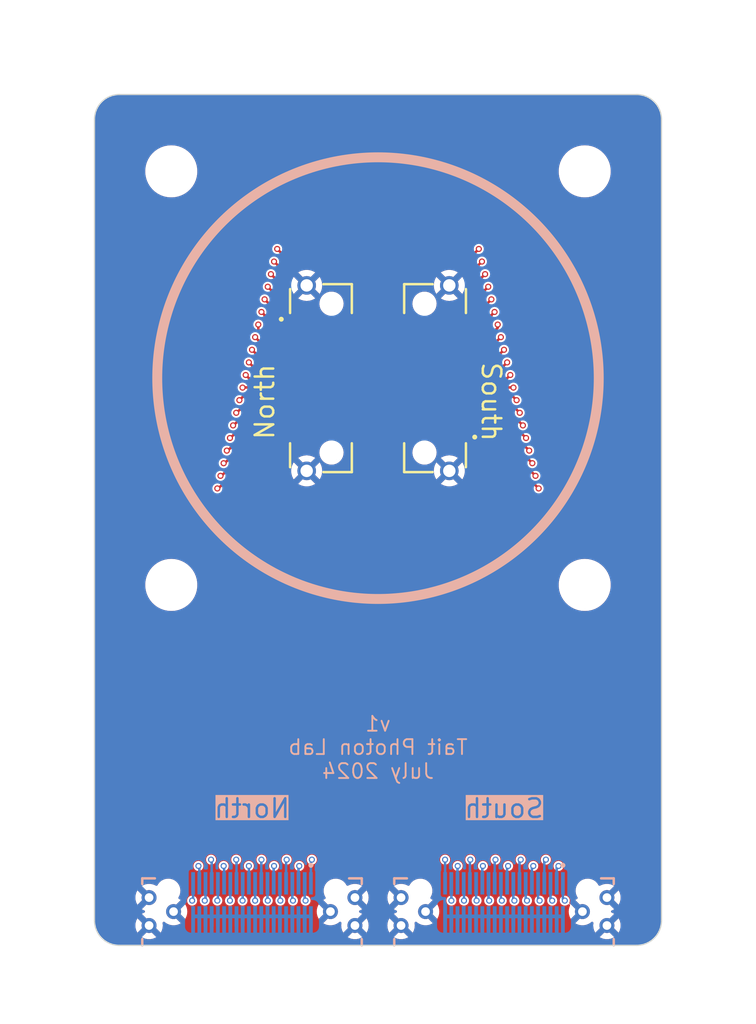
<source format=kicad_pcb>
(kicad_pcb (version 20221018) (generator pcbnew)
  (layers (0 "F.Cu" signal) (1 "In1.Cu" signal) (2 "In2.Cu" signal) (31 "B.Cu" signal) (34 "B.Paste" user) (35 "F.Paste" user) (36 "B.SilkS" user "B.Silkscreen") (37 "F.SilkS" user "F.Silkscreen") (38 "B.Mask" user) (39 "F.Mask" user) (44 "Edge.Cuts" user))
  (net 0 "")
  (net 1 "/N6")
  (net 2 "/N7")
  (net 3 "/N8")
  (net 4 "/N9")
  (net 5 "/N10")
  (net 6 "/N11")
  (net 7 "/N12")
  (net 8 "/N13")
  (net 9 "/N14")
  (net 10 "/N15")
  (net 11 "/N16")
  (net 12 "/N17")
  (net 13 "/N18")
  (net 14 "/N19")
  (net 15 "/N20")
  (net 16 "/S20")
  (net 17 "/S19")
  (net 18 "/S18")
  (net 19 "/S17")
  (net 20 "/S16")
  (net 21 "/S15")
  (net 22 "/S14")
  (net 23 "/S13")
  (net 24 "/S12")
  (net 25 "/S11")
  (net 26 "/S10")
  (net 27 "/S9")
  (net 28 "/S8")
  (net 29 "/S7")
  (net 30 "/S6")
  (net 31 "GND")
  (net 32 "/N1")
  (net 33 "/N2")
  (net 34 "/N3")
  (net 35 "/N4")
  (net 36 "/N5")
  (net 37 "/S1")
  (net 38 "/S2")
  (net 39 "/S3")
  (net 40 "/S4")
  (net 41 "/S5")
  (footprint "MountingHole:MountingHole_3.7mm" (layer "F.Cu") (at 16.66875 -16.66875)
    (fp_text reference "H2" hide)
    (fp_text value "4-40")
    (pad "" np_thru_hole circle (at 0 0) (size 3.7 3.7) (drill 3.7) (layers "*.Cu" "*.Mask"))
  )
  (footprint "Alex_LSHM:LSHM-120-02.5-L-DV-A-S" (layer "F.Cu") (at 4.6 0 -90)
    (fp_text reference "J3" hide)
    (fp_text value "Conn_02x20_Odd_Even_Shielded")
    (pad "" np_thru_hole circle (at -6 0.85 270) (size 1.45 1.45) (drill 1.45) (layers "*.Cu" "*.Mask"))
    (pad "" np_thru_hole circle (at 6 0.85 270) (size 1.45 1.45) (drill 1.45) (layers "*.Cu" "*.Mask"))
    (pad "01" smd rect (at 4.75 -1.85) (size 1.5 0.3) (layers "F.Cu" "F.Paste" "F.Mask") (net 37 "/S1"))
    (pad "02" smd rect (at 4.75 1.85) (size 1.5 0.3) (layers "F.Cu" "F.Paste" "F.Mask") (net 31 "GND"))
    (pad "03" smd rect (at 4.25 -1.85) (size 1.5 0.3) (layers "F.Cu" "F.Paste" "F.Mask") (net 38 "/S2"))
    (pad "04" smd rect (at 4.25 1.85) (size 1.5 0.3) (layers "F.Cu" "F.Paste" "F.Mask") (net 31 "GND"))
    (pad "05" smd rect (at 3.75 -1.85) (size 1.5 0.3) (layers "F.Cu" "F.Paste" "F.Mask") (net 39 "/S3"))
    (pad "06" smd rect (at 3.75 1.85) (size 1.5 0.3) (layers "F.Cu" "F.Paste" "F.Mask") (net 31 "GND"))
    (pad "07" smd rect (at 3.25 -1.85) (size 1.5 0.3) (layers "F.Cu" "F.Paste" "F.Mask") (net 40 "/S4"))
    (pad "08" smd rect (at 3.25 1.85) (size 1.5 0.3) (layers "F.Cu" "F.Paste" "F.Mask") (net 31 "GND"))
    (pad "09" smd rect (at 2.75 -1.85) (size 1.5 0.3) (layers "F.Cu" "F.Paste" "F.Mask") (net 41 "/S5"))
    (pad "10" smd rect (at 2.75 1.85) (size 1.5 0.3) (layers "F.Cu" "F.Paste" "F.Mask") (net 31 "GND"))
    (pad "11" smd rect (at 2.25 -1.85) (size 1.5 0.3) (layers "F.Cu" "F.Paste" "F.Mask") (net 30 "/S6"))
    (pad "12" smd rect (at 2.25 1.85) (size 1.5 0.3) (layers "F.Cu" "F.Paste" "F.Mask") (net 31 "GND"))
    (pad "13" smd rect (at 1.75 -1.85) (size 1.5 0.3) (layers "F.Cu" "F.Paste" "F.Mask") (net 29 "/S7"))
    (pad "14" smd rect (at 1.75 1.85) (size 1.5 0.3) (layers "F.Cu" "F.Paste" "F.Mask") (net 31 "GND"))
    (pad "15" smd rect (at 1.25 -1.85) (size 1.5 0.3) (layers "F.Cu" "F.Paste" "F.Mask") (net 28 "/S8"))
    (pad "16" smd rect (at 1.25 1.85) (size 1.5 0.3) (layers "F.Cu" "F.Paste" "F.Mask") (net 31 "GND"))
    (pad "17" smd rect (at 0.75 -1.85) (size 1.5 0.3) (layers "F.Cu" "F.Paste" "F.Mask") (net 27 "/S9"))
    (pad "18" smd rect (at 0.75 1.85) (size 1.5 0.3) (layers "F.Cu" "F.Paste" "F.Mask") (net 31 "GND"))
    (pad "19" smd rect (at 0.25 -1.85) (size 1.5 0.3) (layers "F.Cu" "F.Paste" "F.Mask") (net 26 "/S10"))
    (pad "20" smd rect (at 0.25 1.85) (size 1.5 0.3) (layers "F.Cu" "F.Paste" "F.Mask") (net 31 "GND"))
    (pad "21" smd rect (at -0.25 -1.85) (size 1.5 0.3) (layers "F.Cu" "F.Paste" "F.Mask") (net 25 "/S11"))
    (pad "22" smd rect (at -0.25 1.85) (size 1.5 0.3) (layers "F.Cu" "F.Paste" "F.Mask") (net 31 "GND"))
    (pad "23" smd rect (at -0.75 -1.85) (size 1.5 0.3) (layers "F.Cu" "F.Paste" "F.Mask") (net 24 "/S12"))
    (pad "24" smd rect (at -0.75 1.85) (size 1.5 0.3) (layers "F.Cu" "F.Paste" "F.Mask") (net 31 "GND"))
    (pad "25" smd rect (at -1.25 -1.85) (size 1.5 0.3) (layers "F.Cu" "F.Paste" "F.Mask") (net 23 "/S13"))
    (pad "26" smd rect (at -1.25 1.85) (size 1.5 0.3) (layers "F.Cu" "F.Paste" "F.Mask") (net 31 "GND"))
    (pad "27" smd rect (at -1.75 -1.85) (size 1.5 0.3) (layers "F.Cu" "F.Paste" "F.Mask") (net 22 "/S14"))
    (pad "28" smd rect (at -1.75 1.85) (size 1.5 0.3) (layers "F.Cu" "F.Paste" "F.Mask") (net 31 "GND"))
    (pad "29" smd rect (at -2.25 -1.85) (size 1.5 0.3) (layers "F.Cu" "F.Paste" "F.Mask") (net 21 "/S15"))
    (pad "30" smd rect (at -2.25 1.85) (size 1.5 0.3) (layers "F.Cu" "F.Paste" "F.Mask") (net 31 "GND"))
    (pad "31" smd rect (at -2.75 -1.85) (size 1.5 0.3) (layers "F.Cu" "F.Paste" "F.Mask") (net 20 "/S16"))
    (pad "32" smd rect (at -2.75 1.85) (size 1.5 0.3) (layers "F.Cu" "F.Paste" "F.Mask") (net 31 "GND"))
    (pad "33" smd rect (at -3.25 -1.85) (size 1.5 0.3) (layers "F.Cu" "F.Paste" "F.Mask") (net 19 "/S17"))
    (pad "34" smd rect (at -3.25 1.85) (size 1.5 0.3) (layers "F.Cu" "F.Paste" "F.Mask") (net 31 "GND"))
    (pad "35" smd rect (at -3.75 -1.85) (size 1.5 0.3) (layers "F.Cu" "F.Paste" "F.Mask") (net 18 "/S18"))
    (pad "36" smd rect (at -3.75 1.85) (size 1.5 0.3) (layers "F.Cu" "F.Paste" "F.Mask") (net 31 "GND"))
    (pad "37" smd rect (at -4.25 -1.85) (size 1.5 0.3) (layers "F.Cu" "F.Paste" "F.Mask") (net 17 "/S19"))
    (pad "38" smd rect (at -4.25 1.85) (size 1.5 0.3) (layers "F.Cu" "F.Paste" "F.Mask") (net 31 "GND"))
    (pad "39" smd rect (at -4.75 -1.85) (size 1.5 0.3) (layers "F.Cu" "F.Paste" "F.Mask") (net 16 "/S20"))
    (pad "40" smd rect (at -4.75 1.85) (size 1.5 0.3) (layers "F.Cu" "F.Paste" "F.Mask") (net 31 "GND"))
    (pad "SH" thru_hole circle (at -7.475 -1.15 270) (size 1.5 1.5) (drill 1) (layers "*.Cu" "*.Mask") (net 31 "GND"))
    (pad "SH" thru_hole circle (at 7.475 -1.15 270) (size 1.5 1.5) (drill 1) (layers "*.Cu" "*.Mask") (net 31 "GND"))
  )
  (footprint "MountingHole:MountingHole_3.7mm" (layer "F.Cu") (at 16.66875 16.66875)
    (fp_text reference "H4" hide)
    (fp_text value "4-40")
    (pad "" np_thru_hole circle (at 0 0) (size 3.7 3.7) (drill 3.7) (layers "*.Cu" "*.Mask"))
  )
  (footprint "Alex_LSHM:LSHM-120-02.5-L-DV-A-S" (layer "F.Cu") (at -4.6 0 90)
    (fp_text reference "J1" hide)
    (fp_text value "Conn_02x20_Odd_Even_Shielded")
    (pad "" np_thru_hole circle (at -6 0.85 90) (size 1.45 1.45) (drill 1.45) (layers "*.Cu" "*.Mask"))
    (pad "" np_thru_hole circle (at 6 0.85 90) (size 1.45 1.45) (drill 1.45) (layers "*.Cu" "*.Mask"))
    (pad "01" smd rect (at 4.75 -1.85 180) (size 1.5 0.3) (layers "F.Cu" "F.Paste" "F.Mask") (net 32 "/N1"))
    (pad "02" smd rect (at 4.75 1.85 180) (size 1.5 0.3) (layers "F.Cu" "F.Paste" "F.Mask") (net 31 "GND"))
    (pad "03" smd rect (at 4.25 -1.85 180) (size 1.5 0.3) (layers "F.Cu" "F.Paste" "F.Mask") (net 33 "/N2"))
    (pad "04" smd rect (at 4.25 1.85 180) (size 1.5 0.3) (layers "F.Cu" "F.Paste" "F.Mask") (net 31 "GND"))
    (pad "05" smd rect (at 3.75 -1.85 180) (size 1.5 0.3) (layers "F.Cu" "F.Paste" "F.Mask") (net 34 "/N3"))
    (pad "06" smd rect (at 3.75 1.85 180) (size 1.5 0.3) (layers "F.Cu" "F.Paste" "F.Mask") (net 31 "GND"))
    (pad "07" smd rect (at 3.25 -1.85 180) (size 1.5 0.3) (layers "F.Cu" "F.Paste" "F.Mask") (net 35 "/N4"))
    (pad "08" smd rect (at 3.25 1.85 180) (size 1.5 0.3) (layers "F.Cu" "F.Paste" "F.Mask") (net 31 "GND"))
    (pad "09" smd rect (at 2.75 -1.85 180) (size 1.5 0.3) (layers "F.Cu" "F.Paste" "F.Mask") (net 36 "/N5"))
    (pad "10" smd rect (at 2.75 1.85 180) (size 1.5 0.3) (layers "F.Cu" "F.Paste" "F.Mask") (net 31 "GND"))
    (pad "11" smd rect (at 2.25 -1.85 180) (size 1.5 0.3) (layers "F.Cu" "F.Paste" "F.Mask") (net 1 "/N6"))
    (pad "12" smd rect (at 2.25 1.85 180) (size 1.5 0.3) (layers "F.Cu" "F.Paste" "F.Mask") (net 31 "GND"))
    (pad "13" smd rect (at 1.75 -1.85 180) (size 1.5 0.3) (layers "F.Cu" "F.Paste" "F.Mask") (net 2 "/N7"))
    (pad "14" smd rect (at 1.75 1.85 180) (size 1.5 0.3) (layers "F.Cu" "F.Paste" "F.Mask") (net 31 "GND"))
    (pad "15" smd rect (at 1.25 -1.85 180) (size 1.5 0.3) (layers "F.Cu" "F.Paste" "F.Mask") (net 3 "/N8"))
    (pad "16" smd rect (at 1.25 1.85 180) (size 1.5 0.3) (layers "F.Cu" "F.Paste" "F.Mask") (net 31 "GND"))
    (pad "17" smd rect (at 0.75 -1.85 180) (size 1.5 0.3) (layers "F.Cu" "F.Paste" "F.Mask") (net 4 "/N9"))
    (pad "18" smd rect (at 0.75 1.85 180) (size 1.5 0.3) (layers "F.Cu" "F.Paste" "F.Mask") (net 31 "GND"))
    (pad "19" smd rect (at 0.25 -1.85 180) (size 1.5 0.3) (layers "F.Cu" "F.Paste" "F.Mask") (net 5 "/N10"))
    (pad "20" smd rect (at 0.25 1.85 180) (size 1.5 0.3) (layers "F.Cu" "F.Paste" "F.Mask") (net 31 "GND"))
    (pad "21" smd rect (at -0.25 -1.85 180) (size 1.5 0.3) (layers "F.Cu" "F.Paste" "F.Mask") (net 6 "/N11"))
    (pad "22" smd rect (at -0.25 1.85 180) (size 1.5 0.3) (layers "F.Cu" "F.Paste" "F.Mask") (net 31 "GND"))
    (pad "23" smd rect (at -0.75 -1.85 180) (size 1.5 0.3) (layers "F.Cu" "F.Paste" "F.Mask") (net 7 "/N12"))
    (pad "24" smd rect (at -0.75 1.85 180) (size 1.5 0.3) (layers "F.Cu" "F.Paste" "F.Mask") (net 31 "GND"))
    (pad "25" smd rect (at -1.25 -1.85 180) (size 1.5 0.3) (layers "F.Cu" "F.Paste" "F.Mask") (net 8 "/N13"))
    (pad "26" smd rect (at -1.25 1.85 180) (size 1.5 0.3) (layers "F.Cu" "F.Paste" "F.Mask") (net 31 "GND"))
    (pad "27" smd rect (at -1.75 -1.85 180) (size 1.5 0.3) (layers "F.Cu" "F.Paste" "F.Mask") (net 9 "/N14"))
    (pad "28" smd rect (at -1.75 1.85 180) (size 1.5 0.3) (layers "F.Cu" "F.Paste" "F.Mask") (net 31 "GND"))
    (pad "29" smd rect (at -2.25 -1.85 180) (size 1.5 0.3) (layers "F.Cu" "F.Paste" "F.Mask") (net 10 "/N15"))
    (pad "30" smd rect (at -2.25 1.85 180) (size 1.5 0.3) (layers "F.Cu" "F.Paste" "F.Mask") (net 31 "GND"))
    (pad "31" smd rect (at -2.75 -1.85 180) (size 1.5 0.3) (layers "F.Cu" "F.Paste" "F.Mask") (net 11 "/N16"))
    (pad "32" smd rect (at -2.75 1.85 180) (size 1.5 0.3) (layers "F.Cu" "F.Paste" "F.Mask") (net 31 "GND"))
    (pad "33" smd rect (at -3.25 -1.85 180) (size 1.5 0.3) (layers "F.Cu" "F.Paste" "F.Mask") (net 12 "/N17"))
    (pad "34" smd rect (at -3.25 1.85 180) (size 1.5 0.3) (layers "F.Cu" "F.Paste" "F.Mask") (net 31 "GND"))
    (pad "35" smd rect (at -3.75 -1.85 180) (size 1.5 0.3) (layers "F.Cu" "F.Paste" "F.Mask") (net 13 "/N18"))
    (pad "36" smd rect (at -3.75 1.85 180) (size 1.5 0.3) (layers "F.Cu" "F.Paste" "F.Mask") (net 31 "GND"))
    (pad "37" smd rect (at -4.25 -1.85 180) (size 1.5 0.3) (layers "F.Cu" "F.Paste" "F.Mask") (net 14 "/N19"))
    (pad "38" smd rect (at -4.25 1.85 180) (size 1.5 0.3) (layers "F.Cu" "F.Paste" "F.Mask") (net 31 "GND"))
    (pad "39" smd rect (at -4.75 -1.85 180) (size 1.5 0.3) (layers "F.Cu" "F.Paste" "F.Mask") (net 15 "/N20"))
    (pad "40" smd rect (at -4.75 1.85 180) (size 1.5 0.3) (layers "F.Cu" "F.Paste" "F.Mask") (net 31 "GND"))
    (pad "SH" thru_hole circle (at -7.475 -1.15 90) (size 1.5 1.5) (drill 1) (layers "*.Cu" "*.Mask") (net 31 "GND"))
    (pad "SH" thru_hole circle (at 7.475 -1.15 90) (size 1.5 1.5) (drill 1) (layers "*.Cu" "*.Mask") (net 31 "GND"))
  )
  (footprint "MountingHole:MountingHole_3.7mm" (layer "F.Cu") (at -16.66875 16.66875)
    (fp_text reference "H3" hide)
    (fp_text value "4-40")
    (pad "" np_thru_hole circle (at 0 0) (size 3.7 3.7) (drill 3.7) (layers "*.Cu" "*.Mask"))
  )
  (footprint "MountingHole:MountingHole_3.7mm" (layer "F.Cu") (at -16.66875 -16.66875)
    (fp_text reference "H1" hide)
    (fp_text value "4-40")
    (pad "" np_thru_hole circle (at 0 0) (size 3.7 3.7) (drill 3.7) (layers "*.Cu" "*.Mask"))
  )
  (footprint "Alex_LSHM:LSHM-120-01-L-RH-A-S" (layer "B.Cu") (at 10.16 45.72 180)
    (fp_text reference "J4" hide)
    (fp_text value "Conn_02x20_Odd_Even_Shielded")
    (pad "" np_thru_hole circle (at -6.75 4.4 180) (size 1.45 1.45) (drill 1.45) (layers "*.Cu" "*.Mask"))
    (pad "" np_thru_hole circle (at 6.75 4.4 180) (size 1.45 1.45) (drill 1.45) (layers "*.Cu" "*.Mask"))
    (pad "01" smd rect (at -4.75 5 180) (size 0.3 1.8) (layers "B.Cu" "B.Paste" "B.Mask") (net 37 "/S1"))
    (pad "02" smd rect (at -4.75 2.335 180) (size 0.3 1.63) (layers "B.Cu" "B.Paste" "B.Mask") (net 31 "GND"))
    (pad "03" smd rect (at -4.25 5 180) (size 0.3 1.8) (layers "B.Cu" "B.Paste" "B.Mask") (net 38 "/S2"))
    (pad "04" smd rect (at -4.25 2.335 180) (size 0.3 1.63) (layers "B.Cu" "B.Paste" "B.Mask") (net 31 "GND"))
    (pad "05" smd rect (at -3.75 5 180) (size 0.3 1.8) (layers "B.Cu" "B.Paste" "B.Mask") (net 39 "/S3"))
    (pad "06" smd rect (at -3.75 2.335 180) (size 0.3 1.63) (layers "B.Cu" "B.Paste" "B.Mask") (net 31 "GND"))
    (pad "07" smd rect (at -3.25 5 180) (size 0.3 1.8) (layers "B.Cu" "B.Paste" "B.Mask") (net 40 "/S4"))
    (pad "08" smd rect (at -3.25 2.335 180) (size 0.3 1.63) (layers "B.Cu" "B.Paste" "B.Mask") (net 31 "GND"))
    (pad "09" smd rect (at -2.75 5 180) (size 0.3 1.8) (layers "B.Cu" "B.Paste" "B.Mask") (net 41 "/S5"))
    (pad "10" smd rect (at -2.75 2.335 180) (size 0.3 1.63) (layers "B.Cu" "B.Paste" "B.Mask") (net 31 "GND"))
    (pad "11" smd rect (at -2.25 5 180) (size 0.3 1.8) (layers "B.Cu" "B.Paste" "B.Mask") (net 30 "/S6"))
    (pad "12" smd rect (at -2.25 2.335 180) (size 0.3 1.63) (layers "B.Cu" "B.Paste" "B.Mask") (net 31 "GND"))
    (pad "13" smd rect (at -1.75 5 180) (size 0.3 1.8) (layers "B.Cu" "B.Paste" "B.Mask") (net 29 "/S7"))
    (pad "14" smd rect (at -1.75 2.335 180) (size 0.3 1.63) (layers "B.Cu" "B.Paste" "B.Mask") (net 31 "GND"))
    (pad "15" smd rect (at -1.25 5 180) (size 0.3 1.8) (layers "B.Cu" "B.Paste" "B.Mask") (net 28 "/S8"))
    (pad "16" smd rect (at -1.25 2.335 180) (size 0.3 1.63) (layers "B.Cu" "B.Paste" "B.Mask") (net 31 "GND"))
    (pad "17" smd rect (at -0.75 5 180) (size 0.3 1.8) (layers "B.Cu" "B.Paste" "B.Mask") (net 27 "/S9"))
    (pad "18" smd rect (at -0.75 2.335 180) (size 0.3 1.63) (layers "B.Cu" "B.Paste" "B.Mask") (net 31 "GND"))
    (pad "19" smd rect (at -0.25 5 180) (size 0.3 1.8) (layers "B.Cu" "B.Paste" "B.Mask") (net 26 "/S10"))
    (pad "20" smd rect (at -0.25 2.335 180) (size 0.3 1.63) (layers "B.Cu" "B.Paste" "B.Mask") (net 31 "GND"))
    (pad "21" smd rect (at 0.25 5 180) (size 0.3 1.8) (layers "B.Cu" "B.Paste" "B.Mask") (net 25 "/S11"))
    (pad "22" smd rect (at 0.25 2.335 180) (size 0.3 1.63) (layers "B.Cu" "B.Paste" "B.Mask") (net 31 "GND"))
    (pad "23" smd rect (at 0.75 5 180) (size 0.3 1.8) (layers "B.Cu" "B.Paste" "B.Mask") (net 24 "/S12"))
    (pad "24" smd rect (at 0.75 2.335 180) (size 0.3 1.63) (layers "B.Cu" "B.Paste" "B.Mask") (net 31 "GND"))
    (pad "25" smd rect (at 1.25 5 180) (size 0.3 1.8) (layers "B.Cu" "B.Paste" "B.Mask") (net 23 "/S13"))
    (pad "26" smd rect (at 1.25 2.335 180) (size 0.3 1.63) (layers "B.Cu" "B.Paste" "B.Mask") (net 31 "GND"))
    (pad "27" smd rect (at 1.75 5 180) (size 0.3 1.8) (layers "B.Cu" "B.Paste" "B.Mask") (net 22 "/S14"))
    (pad "28" smd rect (at 1.75 2.335 180) (size 0.3 1.63) (layers "B.Cu" "B.Paste" "B.Mask") (net 31 "GND"))
    (pad "29" smd rect (at 2.25 5 180) (size 0.3 1.8) (layers "B.Cu" "B.Paste" "B.Mask") (net 21 "/S15"))
    (pad "30" smd rect (at 2.25 2.335 180) (size 0.3 1.63) (layers "B.Cu" "B.Paste" "B.Mask") (net 31 "GND"))
    (pad "31" smd rect (at 2.75 5 180) (size 0.3 1.8) (layers "B.Cu" "B.Paste" "B.Mask") (net 20 "/S16"))
    (pad "32" smd rect (at 2.75 2.335 180) (size 0.3 1.63) (layers "B.Cu" "B.Paste" "B.Mask") (net 31 "GND"))
    (pad "33" smd rect (at 3.25 5 180) (size 0.3 1.8) (layers "B.Cu" "B.Paste" "B.Mask") (net 19 "/S17"))
    (pad "34" smd rect (at 3.25 2.335 180) (size 0.3 1.63) (layers "B.Cu" "B.Paste" "B.Mask") (net 31 "GND"))
    (pad "35" smd rect (at 3.75 5 180) (size 0.3 1.8) (layers "B.Cu" "B.Paste" "B.Mask") (net 18 "/S18"))
    (pad "36" smd rect (at 3.75 2.335 180) (size 0.3 1.63) (layers "B.Cu" "B.Paste" "B.Mask") (net 31 "GND"))
    (pad "37" smd rect (at 4.25 5 180) (size 0.3 1.8) (layers "B.Cu" "B.Paste" "B.Mask") (net 17 "/S19"))
    (pad "38" smd rect (at 4.25 2.335 180) (size 0.3 1.63) (layers "B.Cu" "B.Paste" "B.Mask") (net 31 "GND"))
    (pad "39" smd rect (at 4.75 5 180) (size 0.3 1.8) (layers "B.Cu" "B.Paste" "B.Mask") (net 16 "/S20"))
    (pad "40" smd rect (at 4.75 2.335 180) (size 0.3 1.63) (layers "B.Cu" "B.Paste" "B.Mask") (net 31 "GND"))
    (pad "SH" thru_hole circle (at -8.3 1.6 180) (size 1.208 1.208) (drill 0.7) (layers "*.Cu" "*.Mask") (net 31 "GND"))
    (pad "SH" thru_hole circle (at -8.3 3.85 180) (size 1.208 1.208) (drill 0.7) (layers "*.Cu" "*.Mask") (net 31 "GND"))
    (pad "SH" thru_hole circle (at -6.325 2.72 180) (size 1.208 1.208) (drill 0.7) (layers "*.Cu" "*.Mask") (net 31 "GND"))
    (pad "SH" thru_hole circle (at 6.325 2.72 180) (size 1.208 1.208) (drill 0.7) (layers "*.Cu" "*.Mask") (net 31 "GND"))
    (pad "SH" thru_hole circle (at 8.3 1.6 180) (size 1.208 1.208) (drill 0.7) (layers "*.Cu" "*.Mask") (net 31 "GND"))
    (pad "SH" thru_hole circle (at 8.3 3.85 180) (size 1.208 1.208) (drill 0.7) (layers "*.Cu" "*.Mask") (net 31 "GND"))
  )
  (footprint "Alex_LSHM:LSHM-120-01-L-RH-A-S" (layer "B.Cu") (at -10.16 45.72 180)
    (fp_text reference "J2" hide)
    (fp_text value "Conn_02x20_Odd_Even_Shielded")
    (pad "" np_thru_hole circle (at -6.75 4.4 180) (size 1.45 1.45) (drill 1.45) (layers "*.Cu" "*.Mask"))
    (pad "" np_thru_hole circle (at 6.75 4.4 180) (size 1.45 1.45) (drill 1.45) (layers "*.Cu" "*.Mask"))
    (pad "01" smd rect (at -4.75 5 180) (size 0.3 1.8) (layers "B.Cu" "B.Paste" "B.Mask") (net 32 "/N1"))
    (pad "02" smd rect (at -4.75 2.335 180) (size 0.3 1.63) (layers "B.Cu" "B.Paste" "B.Mask") (net 31 "GND"))
    (pad "03" smd rect (at -4.25 5 180) (size 0.3 1.8) (layers "B.Cu" "B.Paste" "B.Mask") (net 33 "/N2"))
    (pad "04" smd rect (at -4.25 2.335 180) (size 0.3 1.63) (layers "B.Cu" "B.Paste" "B.Mask") (net 31 "GND"))
    (pad "05" smd rect (at -3.75 5 180) (size 0.3 1.8) (layers "B.Cu" "B.Paste" "B.Mask") (net 34 "/N3"))
    (pad "06" smd rect (at -3.75 2.335 180) (size 0.3 1.63) (layers "B.Cu" "B.Paste" "B.Mask") (net 31 "GND"))
    (pad "07" smd rect (at -3.25 5 180) (size 0.3 1.8) (layers "B.Cu" "B.Paste" "B.Mask") (net 35 "/N4"))
    (pad "08" smd rect (at -3.25 2.335 180) (size 0.3 1.63) (layers "B.Cu" "B.Paste" "B.Mask") (net 31 "GND"))
    (pad "09" smd rect (at -2.75 5 180) (size 0.3 1.8) (layers "B.Cu" "B.Paste" "B.Mask") (net 36 "/N5"))
    (pad "10" smd rect (at -2.75 2.335 180) (size 0.3 1.63) (layers "B.Cu" "B.Paste" "B.Mask") (net 31 "GND"))
    (pad "11" smd rect (at -2.25 5 180) (size 0.3 1.8) (layers "B.Cu" "B.Paste" "B.Mask") (net 1 "/N6"))
    (pad "12" smd rect (at -2.25 2.335 180) (size 0.3 1.63) (layers "B.Cu" "B.Paste" "B.Mask") (net 31 "GND"))
    (pad "13" smd rect (at -1.75 5 180) (size 0.3 1.8) (layers "B.Cu" "B.Paste" "B.Mask") (net 2 "/N7"))
    (pad "14" smd rect (at -1.75 2.335 180) (size 0.3 1.63) (layers "B.Cu" "B.Paste" "B.Mask") (net 31 "GND"))
    (pad "15" smd rect (at -1.25 5 180) (size 0.3 1.8) (layers "B.Cu" "B.Paste" "B.Mask") (net 3 "/N8"))
    (pad "16" smd rect (at -1.25 2.335 180) (size 0.3 1.63) (layers "B.Cu" "B.Paste" "B.Mask") (net 31 "GND"))
    (pad "17" smd rect (at -0.75 5 180) (size 0.3 1.8) (layers "B.Cu" "B.Paste" "B.Mask") (net 4 "/N9"))
    (pad "18" smd rect (at -0.75 2.335 180) (size 0.3 1.63) (layers "B.Cu" "B.Paste" "B.Mask") (net 31 "GND"))
    (pad "19" smd rect (at -0.25 5 180) (size 0.3 1.8) (layers "B.Cu" "B.Paste" "B.Mask") (net 5 "/N10"))
    (pad "20" smd rect (at -0.25 2.335 180) (size 0.3 1.63) (layers "B.Cu" "B.Paste" "B.Mask") (net 31 "GND"))
    (pad "21" smd rect (at 0.25 5 180) (size 0.3 1.8) (layers "B.Cu" "B.Paste" "B.Mask") (net 6 "/N11"))
    (pad "22" smd rect (at 0.25 2.335 180) (size 0.3 1.63) (layers "B.Cu" "B.Paste" "B.Mask") (net 31 "GND"))
    (pad "23" smd rect (at 0.75 5 180) (size 0.3 1.8) (layers "B.Cu" "B.Paste" "B.Mask") (net 7 "/N12"))
    (pad "24" smd rect (at 0.75 2.335 180) (size 0.3 1.63) (layers "B.Cu" "B.Paste" "B.Mask") (net 31 "GND"))
    (pad "25" smd rect (at 1.25 5 180) (size 0.3 1.8) (layers "B.Cu" "B.Paste" "B.Mask") (net 8 "/N13"))
    (pad "26" smd rect (at 1.25 2.335 180) (size 0.3 1.63) (layers "B.Cu" "B.Paste" "B.Mask") (net 31 "GND"))
    (pad "27" smd rect (at 1.75 5 180) (size 0.3 1.8) (layers "B.Cu" "B.Paste" "B.Mask") (net 9 "/N14"))
    (pad "28" smd rect (at 1.75 2.335 180) (size 0.3 1.63) (layers "B.Cu" "B.Paste" "B.Mask") (net 31 "GND"))
    (pad "29" smd rect (at 2.25 5 180) (size 0.3 1.8) (layers "B.Cu" "B.Paste" "B.Mask") (net 10 "/N15"))
    (pad "30" smd rect (at 2.25 2.335 180) (size 0.3 1.63) (layers "B.Cu" "B.Paste" "B.Mask") (net 31 "GND"))
    (pad "31" smd rect (at 2.75 5 180) (size 0.3 1.8) (layers "B.Cu" "B.Paste" "B.Mask") (net 11 "/N16"))
    (pad "32" smd rect (at 2.75 2.335 180) (size 0.3 1.63) (layers "B.Cu" "B.Paste" "B.Mask") (net 31 "GND"))
    (pad "33" smd rect (at 3.25 5 180) (size 0.3 1.8) (layers "B.Cu" "B.Paste" "B.Mask") (net 12 "/N17"))
    (pad "34" smd rect (at 3.25 2.335 180) (size 0.3 1.63) (layers "B.Cu" "B.Paste" "B.Mask") (net 31 "GND"))
    (pad "35" smd rect (at 3.75 5 180) (size 0.3 1.8) (layers "B.Cu" "B.Paste" "B.Mask") (net 13 "/N18"))
    (pad "36" smd rect (at 3.75 2.335 180) (size 0.3 1.63) (layers "B.Cu" "B.Paste" "B.Mask") (net 31 "GND"))
    (pad "37" smd rect (at 4.25 5 180) (size 0.3 1.8) (layers "B.Cu" "B.Paste" "B.Mask") (net 14 "/N19"))
    (pad "38" smd rect (at 4.25 2.335 180) (size 0.3 1.63) (layers "B.Cu" "B.Paste" "B.Mask") (net 31 "GND"))
    (pad "39" smd rect (at 4.75 5 180) (size 0.3 1.8) (layers "B.Cu" "B.Paste" "B.Mask") (net 15 "/N20"))
    (pad "40" smd rect (at 4.75 2.335 180) (size 0.3 1.63) (layers "B.Cu" "B.Paste" "B.Mask") (net 31 "GND"))
    (pad "SH" thru_hole circle (at -8.3 1.6 180) (size 1.208 1.208) (drill 0.7) (layers "*.Cu" "*.Mask") (net 31 "GND"))
    (pad "SH" thru_hole circle (at -8.3 3.85 180) (size 1.208 1.208) (drill 0.7) (layers "*.Cu" "*.Mask") (net 31 "GND"))
    (pad "SH" thru_hole circle (at -6.325 2.72 180) (size 1.208 1.208) (drill 0.7) (layers "*.Cu" "*.Mask") (net 31 "GND"))
    (pad "SH" thru_hole circle (at 6.325 2.72 180) (size 1.208 1.208) (drill 0.7) (layers "*.Cu" "*.Mask") (net 31 "GND"))
    (pad "SH" thru_hole circle (at 8.3 1.6 180) (size 1.208 1.208) (drill 0.7) (layers "*.Cu" "*.Mask") (net 31 "GND"))
    (pad "SH" thru_hole circle (at 8.3 3.85 180) (size 1.208 1.208) (drill 0.7) (layers "*.Cu" "*.Mask") (net 31 "GND"))
  )
  (gr_circle (center 0 0) (end 17.8 0) (stroke (width 3.048)) (fill none) (layer "F.Cu"))
  (gr_circle (center 0 0) (end 17.8 0) (stroke (width 0.8)) (fill none) (layer "B.SilkS"))
  (gr_line (start -22.86 43.72) (end -22.86 -20.86) (stroke (width 0.1)) (layer "Edge.Cuts"))
  (gr_line (start 22.86 -20.86) (end 22.86 43.72) (stroke (width 0.1)) (layer "Edge.Cuts"))
  (gr_line (start 20.86 45.72) (end -20.86 45.72) (stroke (width 0.1)) (layer "Edge.Cuts"))
  (gr_arc (start 20.86 -22.86) (mid 22.274214 -22.274214) (end 22.86 -20.86) (stroke (width 0.1)) (layer "Edge.Cuts"))
  (gr_arc (start 22.86 43.72) (mid 22.274214 45.134214) (end 20.86 45.72) (stroke (width 0.1)) (layer "Edge.Cuts"))
  (gr_arc (start -22.86 -20.86) (mid -22.274214 -22.274214) (end -20.86 -22.86) (stroke (width 0.1)) (layer "Edge.Cuts"))
  (gr_line (start -20.86 -22.86) (end 20.86 -22.86) (stroke (width 0.1)) (layer "Edge.Cuts"))
  (gr_arc (start -20.86 45.72) (mid -22.274214 45.134214) (end -22.86 43.72) (stroke (width 0.1)) (layer "Edge.Cuts"))
  (gr_text "South" (at 10.16 35.56) (layer "B.SilkS" knockout) (effects (font (size 1.5 1.5) (thickness 0.2)) (justify bottom mirror)))
  (gr_text "v1" (at 0 28.575) (layer "B.SilkS") (effects (font (size 1.2 1.2)) (justify bottom mirror)))
  (gr_text "Tait Photon Lab\nJuly 2024" (at 0 32.385) (layer "B.SilkS") (effects (font (size 1.2 1.2)) (justify bottom mirror)))
  (gr_text "North" (at -10.16 35.56) (layer "B.SilkS" knockout) (effects (font (size 1.5 1.5) (thickness 0.2)) (justify bottom mirror)))
  (gr_text "South" (at 8.255 1.905 270) (layer "F.SilkS") (effects (font (size 1.5 1.5) (thickness 0.2)) (justify bottom)))
  (gr_text "North" (at -8.255 1.905 90) (layer "F.SilkS") (effects (font (size 1.5 1.5) (thickness 0.2)) (justify bottom)))
  (segment (start -7.378776 -2.25) (end -6.414 -2.25) (width 0.2032) (layer "F.Cu") (net 1))
  (segment (start -9.144 -4.015224) (end -7.378776 -2.25) (width 0.2032) (layer "F.Cu") (net 1))
  (segment (start -9.144 -5.08) (end -9.144 -4.015224) (width 0.2032) (layer "F.Cu") (net 1))
  (segment (start -9.398 -5.334) (end -9.144 -5.08) (width 0.2032) (layer "F.Cu") (net 1))
  (via (at -9.398 -5.334) (size 0.5) (drill 0.3) (layers "F.Cu" "B.Cu") (remove_unused_layers) (net 1))
  (via (at -7.874 42.115) (size 0.5) (drill 0.3) (layers "F.Cu" "B.Cu") (remove_unused_layers) (net 1))
  (segment (start -7.91 40.773) (end -7.91 42.079) (width 0.2032) (layer "B.Cu") (net 1))
  (segment (start -7.91 42.079) (end -7.874 42.115) (width 0.2032) (layer "B.Cu") (net 1))
  (segment (start -7.53407 -1.75) (end -6.414 -1.75) (width 0.2032) (layer "F.Cu") (net 2))
  (segment (start -9.652 -3.86793) (end -7.53407 -1.75) (width 0.2032) (layer "F.Cu") (net 2))
  (segment (start -9.652 -4.318) (end -9.652 -3.86793) (width 0.2032) (layer "F.Cu") (net 2))
  (via (at -8.382 39.321) (size 0.5) (drill 0.3) (layers "F.Cu" "B.Cu") (remove_unused_layers) (net 2))
  (via (at -9.652 -4.318) (size 0.5) (drill 0.3) (layers "F.Cu" "B.Cu") (remove_unused_layers) (net 2))
  (segment (start -8.41 39.349) (end -8.382 39.321) (width 0.2032) (layer "B.Cu") (net 2))
  (segment (start -8.41 40.773) (end -8.41 39.349) (width 0.2032) (layer "B.Cu") (net 2))
  (segment (start -9.906 -3.302) (end -7.854 -1.25) (width 0.2032) (layer "F.Cu") (net 3))
  (segment (start -7.854 -1.25) (end -6.414 -1.25) (width 0.2032) (layer "F.Cu") (net 3))
  (via (at -8.89 42.115) (size 0.5) (drill 0.3) (layers "F.Cu" "B.Cu") (remove_unused_layers) (net 3))
  (via (at -9.906 -3.302) (size 0.5) (drill 0.3) (layers "F.Cu" "B.Cu") (remove_unused_layers) (net 3))
  (segment (start -8.91 40.773) (end -8.91 42.095) (width 0.2032) (layer "B.Cu") (net 3))
  (segment (start -8.91 42.095) (end -8.89 42.115) (width 0.2032) (layer "B.Cu") (net 3))
  (segment (start -10.16 -2.286) (end -8.624 -0.75) (width 0.2032) (layer "F.Cu") (net 4))
  (segment (start -8.624 -0.75) (end -6.414 -0.75) (width 0.2032) (layer "F.Cu") (net 4))
  (via (at -10.16 -2.286) (size 0.5) (drill 0.3) (layers "F.Cu" "B.Cu") (remove_unused_layers) (net 4))
  (via (at -9.398 38.813) (size 0.5) (drill 0.3) (layers "F.Cu" "B.Cu") (remove_unused_layers) (net 4))
  (segment (start -9.41 38.825) (end -9.398 38.813) (width 0.2032) (layer "B.Cu") (net 4))
  (segment (start -9.41 40.773) (end -9.41 38.825) (width 0.2032) (layer "B.Cu") (net 4))
  (segment (start -9.394 -0.25) (end -6.414 -0.25) (width 0.2032) (layer "F.Cu") (net 5))
  (segment (start -10.414 -1.27) (end -9.394 -0.25) (width 0.2032) (layer "F.Cu") (net 5))
  (via (at -10.414 -1.27) (size 0.5) (drill 0.3) (layers "F.Cu" "B.Cu") (remove_unused_layers) (net 5))
  (via (at -9.906 42.115) (size 0.5) (drill 0.3) (layers "F.Cu" "B.Cu") (remove_unused_layers) (net 5))
  (segment (start -9.91 40.773) (end -9.91 42.111) (width 0.2032) (layer "B.Cu") (net 5))
  (segment (start -9.91 42.111) (end -9.906 42.115) (width 0.2032) (layer "B.Cu") (net 5))
  (segment (start -10.164 0.25) (end -6.414 0.25) (width 0.2032) (layer "F.Cu") (net 6))
  (segment (start -10.668 -0.254) (end -10.164 0.25) (width 0.2032) (layer "F.Cu") (net 6))
  (via (at -10.414 39.321) (size 0.5) (drill 0.3) (layers "F.Cu" "B.Cu") (remove_unused_layers) (net 6))
  (via (at -10.668 -0.254) (size 0.5) (drill 0.3) (layers "F.Cu" "B.Cu") (remove_unused_layers) (net 6))
  (segment (start -10.41 40.773) (end -10.41 39.325) (width 0.2032) (layer "B.Cu") (net 6))
  (segment (start -10.41 39.325) (end -10.414 39.321) (width 0.2032) (layer "B.Cu") (net 6))
  (segment (start -10.91 0.75) (end -6.414 0.75) (width 0.2032) (layer "F.Cu") (net 7))
  (segment (start -10.922 0.762) (end -10.91 0.75) (width 0.2032) (layer "F.Cu") (net 7))
  (via (at -10.922 42.115) (size 0.5) (drill 0.3) (layers "F.Cu" "B.Cu") (remove_unused_layers) (net 7))
  (via (at -10.922 0.762) (size 0.5) (drill 0.3) (layers "F.Cu" "B.Cu") (remove_unused_layers) (net 7))
  (segment (start -10.91 40.773) (end -10.91 42.103) (width 0.2032) (layer "B.Cu") (net 7))
  (segment (start -10.91 42.103) (end -10.922 42.115) (width 0.2032) (layer "B.Cu") (net 7))
  (segment (start -10.648 1.25) (end -6.414 1.25) (width 0.2032) (layer "F.Cu") (net 8))
  (segment (start -11.176 1.778) (end -10.648 1.25) (width 0.2032) (layer "F.Cu") (net 8))
  (via (at -11.43 38.813) (size 0.5) (drill 0.3) (layers "F.Cu" "B.Cu") (remove_unused_layers) (net 8))
  (via (at -11.176 1.778) (size 0.5) (drill 0.3) (layers "F.Cu" "B.Cu") (remove_unused_layers) (net 8))
  (segment (start -11.41 38.833) (end -11.43 38.813) (width 0.2032) (layer "B.Cu") (net 8))
  (segment (start -11.41 40.773) (end -11.41 38.833) (width 0.2032) (layer "B.Cu") (net 8))
  (segment (start -11.395236 2.794) (end -10.351236 1.75) (width 0.2032) (layer "F.Cu") (net 9))
  (segment (start -10.351236 1.75) (end -6.414 1.75) (width 0.2032) (layer "F.Cu") (net 9))
  (segment (start -11.43 2.794) (end -11.395236 2.794) (width 0.2032) (layer "F.Cu") (net 9))
  (via (at -11.43 2.794) (size 0.5) (drill 0.3) (layers "F.Cu" "B.Cu") (remove_unused_layers) (net 9))
  (via (at -11.938 42.115) (size 0.5) (drill 0.3) (layers "F.Cu" "B.Cu") (remove_unused_layers) (net 9))
  (segment (start -11.91 40.773) (end -11.91 42.087) (width 0.2032) (layer "B.Cu") (net 9))
  (segment (start -11.91 42.087) (end -11.938 42.115) (width 0.2032) (layer "B.Cu") (net 9))
  (segment (start -11.684 3.81) (end -11.649236 3.81) (width 0.2032) (layer "F.Cu") (net 10))
  (segment (start -10.089236 2.25) (end -6.414 2.25) (width 0.2032) (layer "F.Cu") (net 10))
  (segment (start -11.649236 3.81) (end -10.089236 2.25) (width 0.2032) (layer "F.Cu") (net 10))
  (via (at -12.446 39.321) (size 0.5) (drill 0.3) (layers "F.Cu" "B.Cu") (remove_unused_layers) (net 10))
  (via (at -11.684 3.81) (size 0.5) (drill 0.3) (layers "F.Cu" "B.Cu") (remove_unused_layers) (net 10))
  (segment (start -12.41 40.773) (end -12.41 39.357) (width 0.2032) (layer "B.Cu") (net 10))
  (segment (start -12.41 39.357) (end -12.446 39.321) (width 0.2032) (layer "B.Cu") (net 10))
  (segment (start -11.938 4.826) (end -11.903236 4.826) (width 0.2032) (layer "F.Cu") (net 11))
  (segment (start -9.827236 2.75) (end -6.414 2.75) (width 0.2032) (layer "F.Cu") (net 11))
  (segment (start -11.903236 4.826) (end -9.827236 2.75) (width 0.2032) (layer "F.Cu") (net 11))
  (via (at -12.954 42.115) (size 0.5) (drill 0.3) (layers "F.Cu" "B.Cu") (remove_unused_layers) (net 11))
  (via (at -11.938 4.826) (size 0.5) (drill 0.3) (layers "F.Cu" "B.Cu") (remove_unused_layers) (net 11))
  (segment (start -12.91 40.773) (end -12.91 42.071) (width 0.2032) (layer "B.Cu") (net 11))
  (segment (start -12.91 42.071) (end -12.954 42.115) (width 0.2032) (layer "B.Cu") (net 11))
  (segment (start -12.108 5.842) (end -9.516 3.25) (width 0.2032) (layer "F.Cu") (net 12))
  (segment (start -12.192 5.842) (end -12.108 5.842) (width 0.2032) (layer "F.Cu") (net 12))
  (segment (start -9.516 3.25) (end -6.414 3.25) (width 0.2032) (layer "F.Cu") (net 12))
  (via (at -12.192 5.842) (size 0.5) (drill 0.3) (layers "F.Cu" "B.Cu") (remove_unused_layers) (net 12))
  (via (at -13.462 38.813) (size 0.5) (drill 0.3) (layers "F.Cu" "B.Cu") (remove_unused_layers) (net 12))
  (segment (start -13.41 40.773) (end -13.41 38.865) (width 0.2032) (layer "B.Cu") (net 12))
  (segment (start -13.41 38.865) (end -13.462 38.813) (width 0.2032) (layer "B.Cu") (net 12))
  (segment (start -12.446 6.858) (end -12.362 6.858) (width 0.2032) (layer "F.Cu") (net 13))
  (segment (start -9.254 3.75) (end -6.414 3.75) (width 0.2032) (layer "F.Cu") (net 13))
  (segment (start -12.362 6.858) (end -9.254 3.75) (width 0.2032) (layer "F.Cu") (net 13))
  (via (at -12.446 6.858) (size 0.5) (drill 0.3) (layers "F.Cu" "B.Cu") (remove_unused_layers) (net 13))
  (via (at -13.97 42.115) (size 0.5) (drill 0.3) (layers "F.Cu" "B.Cu") (remove_unused_layers) (net 13))
  (segment (start -13.91 40.773) (end -13.91 42.055) (width 0.2032) (layer "B.Cu") (net 13))
  (segment (start -13.91 42.055) (end -13.97 42.115) (width 0.2032) (layer "B.Cu") (net 13))
  (segment (start -12.616 7.874) (end -8.992 4.25) (width 0.2032) (layer "F.Cu") (net 14))
  (segment (start -8.992 4.25) (end -6.414 4.25) (width 0.2032) (layer "F.Cu") (net 14))
  (segment (start -12.7 7.874) (end -12.616 7.874) (width 0.2032) (layer "F.Cu") (net 14))
  (via (at -14.478 39.321) (size 0.5) (drill 0.3) (layers "F.Cu" "B.Cu") (remove_unused_layers) (net 14))
  (via (at -12.7 7.874) (size 0.5) (drill 0.3) (layers "F.Cu" "B.Cu") (remove_unused_layers) (net 14))
  (segment (start -14.41 39.389) (end -14.478 39.321) (width 0.2032) (layer "B.Cu") (net 14))
  (segment (start -14.41 40.773) (end -14.41 39.389) (width 0.2032) (layer "B.Cu") (net 14))
  (segment (start -8.73 4.75) (end -6.414 4.75) (width 0.2032) (layer "F.Cu") (net 15))
  (segment (start -12.954 8.89) (end -12.87 8.89) (width 0.2032) (layer "F.Cu") (net 15))
  (segment (start -12.87 8.89) (end -8.73 4.75) (width 0.2032) (layer "F.Cu") (net 15))
  (via (at -12.954 8.89) (size 0.5) (drill 0.3) (layers "F.Cu" "B.Cu") (remove_unused_layers) (net 15))
  (via (at -14.986 42.115) (size 0.5) (drill 0.3) (layers "F.Cu" "B.Cu") (remove_unused_layers) (net 15))
  (segment (start -14.91 40.773) (end -14.91 42.039) (width 0.2032) (layer "B.Cu") (net 15))
  (segment (start -14.91 42.039) (end -14.986 42.115) (width 0.2032) (layer "B.Cu") (net 15))
  (segment (start 7.366 -9.652) (end 7.366 -4.820894) (width 0.2032) (layer "F.Cu") (net 16))
  (segment (start 8.128 -10.414) (end 7.366 -9.652) (width 0.2032) (layer "F.Cu") (net 16))
  (segment (start 7.295106 -4.75) (end 5.99 -4.75) (width 0.2032) (layer "F.Cu") (net 16))
  (segment (start 7.366 -4.820894) (end 7.295106 -4.75) (width 0.2032) (layer "F.Cu") (net 16))
  (via (at 5.41 38.813) (size 0.5) (drill 0.3) (layers "F.Cu" "B.Cu") (remove_unused_layers) (net 16))
  (via (at 8.128 -10.414) (size 0.5) (drill 0.3) (layers "F.Cu" "B.Cu") (remove_unused_layers) (net 16))
  (segment (start 5.41 40.72) (end 5.41 38.813) (width 0.2032) (layer "B.Cu") (net 16))
  (segment (start 7.7216 -4.6736) (end 7.298 -4.25) (width 0.2032) (layer "F.Cu") (net 17))
  (segment (start 7.298 -4.25) (end 5.99 -4.25) (width 0.2032) (layer "F.Cu") (net 17))
  (segment (start 7.7216 -8.7376) (end 7.7216 -4.6736) (width 0.2032) (layer "F.Cu") (net 17))
  (segment (start 8.382 -9.398) (end 7.7216 -8.7376) (width 0.2032) (layer "F.Cu") (net 17))
  (via (at 5.918 42.115) (size 0.5) (drill 0.3) (layers "F.Cu" "B.Cu") (remove_unused_layers) (net 17))
  (via (at 8.382 -9.398) (size 0.5) (drill 0.3) (layers "F.Cu" "B.Cu") (remove_unused_layers) (net 17))
  (segment (start 5.918 40.728) (end 5.918 42.115) (width 0.2032) (layer "B.Cu") (net 17))
  (segment (start 5.91 40.72) (end 5.918 40.728) (width 0.2032) (layer "B.Cu") (net 17))
  (segment (start 8.0772 -4.493412) (end 7.333788 -3.75) (width 0.2032) (layer "F.Cu") (net 18))
  (segment (start 8.0772 -7.8232) (end 8.0772 -4.493412) (width 0.2032) (layer "F.Cu") (net 18))
  (segment (start 7.333788 -3.75) (end 5.99 -3.75) (width 0.2032) (layer "F.Cu") (net 18))
  (segment (start 8.636 -8.382) (end 8.0772 -7.8232) (width 0.2032) (layer "F.Cu") (net 18))
  (via (at 8.636 -8.382) (size 0.5) (drill 0.3) (layers "F.Cu" "B.Cu") (remove_unused_layers) (net 18))
  (via (at 6.426 39.321) (size 0.5) (drill 0.3) (layers "F.Cu" "B.Cu") (remove_unused_layers) (net 18))
  (segment (start 6.41 40.72) (end 6.41 39.337) (width 0.2032) (layer "B.Cu") (net 18))
  (segment (start 6.41 39.337) (end 6.426 39.321) (width 0.2032) (layer "B.Cu") (net 18))
  (segment (start 8.4328 -6.9088) (end 8.4328 -4.346118) (width 0.2032) (layer "F.Cu") (net 19))
  (segment (start 8.89 -7.366) (end 8.4328 -6.9088) (width 0.2032) (layer "F.Cu") (net 19))
  (segment (start 8.4328 -4.346118) (end 7.336682 -3.25) (width 0.2032) (layer "F.Cu") (net 19))
  (segment (start 7.336682 -3.25) (end 5.99 -3.25) (width 0.2032) (layer "F.Cu") (net 19))
  (via (at 6.934 42.115) (size 0.5) (drill 0.3) (layers "F.Cu" "B.Cu") (remove_unused_layers) (net 19))
  (via (at 8.89 -7.366) (size 0.5) (drill 0.3) (layers "F.Cu" "B.Cu") (remove_unused_layers) (net 19))
  (segment (start 6.934 40.744) (end 6.934 42.115) (width 0.2032) (layer "B.Cu") (net 19))
  (segment (start 6.91 40.72) (end 6.934 40.744) (width 0.2032) (layer "B.Cu") (net 19))
  (segment (start 8.7884 -5.9944) (end 8.7884 -4.198824) (width 0.2032) (layer "F.Cu") (net 20))
  (segment (start 7.339576 -2.75) (end 5.99 -2.75) (width 0.2032) (layer "F.Cu") (net 20))
  (segment (start 9.144 -6.35) (end 8.7884 -5.9944) (width 0.2032) (layer "F.Cu") (net 20))
  (segment (start 8.7884 -4.198824) (end 7.339576 -2.75) (width 0.2032) (layer "F.Cu") (net 20))
  (via (at 9.144 -6.35) (size 0.5) (drill 0.3) (layers "F.Cu" "B.Cu") (remove_unused_layers) (net 20))
  (via (at 7.442 38.813) (size 0.5) (drill 0.3) (layers "F.Cu" "B.Cu") (remove_unused_layers) (net 20))
  (segment (start 7.41 40.697) (end 7.41 38.845) (width 0.2032) (layer "B.Cu") (net 20))
  (segment (start 7.41 38.845) (end 7.442 38.813) (width 0.2032) (layer "B.Cu") (net 20))
  (segment (start 9.398 -5.334) (end 9.144 -5.08) (width 0.2032) (layer "F.Cu") (net 21))
  (segment (start 7.34247 -2.25) (end 5.99 -2.25) (width 0.2032) (layer "F.Cu") (net 21))
  (segment (start 9.144 -4.05153) (end 7.34247 -2.25) (width 0.2032) (layer "F.Cu") (net 21))
  (segment (start 9.144 -5.08) (end 9.144 -4.05153) (width 0.2032) (layer "F.Cu") (net 21))
  (via (at 9.398 -5.334) (size 0.5) (drill 0.3) (layers "F.Cu" "B.Cu") (remove_unused_layers) (net 21))
  (via (at 7.95 42.115) (size 0.5) (drill 0.3) (layers "F.Cu" "B.Cu") (remove_unused_layers) (net 21))
  (segment (start 7.91 42.075) (end 7.95 42.115) (width 0.2032) (layer "B.Cu") (net 21))
  (segment (start 7.91 40.72) (end 7.91 42.075) (width 0.2032) (layer "B.Cu") (net 21))
  (segment (start 9.652 -4.318) (end 9.652 -4.056636) (width 0.2032) (layer "F.Cu") (net 22))
  (segment (start 7.345364 -1.75) (end 5.99 -1.75) (width 0.2032) (layer "F.Cu") (net 22))
  (segment (start 9.652 -4.056636) (end 7.345364 -1.75) (width 0.2032) (layer "F.Cu") (net 22))
  (via (at 9.652 -4.318) (size 0.5) (drill 0.3) (layers "F.Cu" "B.Cu") (remove_unused_layers) (net 22))
  (via (at 8.458 39.321) (size 0.5) (drill 0.3) (layers "F.Cu" "B.Cu") (remove_unused_layers) (net 22))
  (segment (start 8.41 39.369) (end 8.458 39.321) (width 0.2032) (layer "B.Cu") (net 22))
  (segment (start 8.41 40.72) (end 8.41 39.369) (width 0.2032) (layer "B.Cu") (net 22))
  (segment (start 7.854 -1.25) (end 5.99 -1.25) (width 0.2032) (layer "F.Cu") (net 23))
  (segment (start 9.906 -3.302) (end 7.854 -1.25) (width 0.2032) (layer "F.Cu") (net 23))
  (via (at 8.966 42.115) (size 0.5) (drill 0.3) (layers "F.Cu" "B.Cu") (remove_unused_layers) (net 23))
  (via (at 9.906 -3.302) (size 0.5) (drill 0.3) (layers "F.Cu" "B.Cu") (remove_unused_layers) (net 23))
  (segment (start 8.91 40.72) (end 8.91 42.059) (width 0.2032) (layer "B.Cu") (net 23))
  (segment (start 8.91 42.059) (end 8.966 42.115) (width 0.2032) (layer "B.Cu") (net 23))
  (segment (start 10.16 -2.286) (end 8.624 -0.75) (width 0.2032) (layer "F.Cu") (net 24))
  (segment (start 8.624 -0.75) (end 5.99 -0.75) (width 0.2032) (layer "F.Cu") (net 24))
  (via (at 9.474 38.813) (size 0.5) (drill 0.3) (layers "F.Cu" "B.Cu") (remove_unused_layers) (net 24))
  (via (at 10.16 -2.286) (size 0.5) (drill 0.3) (layers "F.Cu" "B.Cu") (remove_unused_layers) (net 24))
  (segment (start 9.41 40.72) (end 9.41 38.877) (width 0.2032) (layer "B.Cu") (net 24))
  (segment (start 9.41 38.877) (end 9.474 38.813) (width 0.2032) (layer "B.Cu") (net 24))
  (segment (start 7.159764 -0.254) (end 7.155764 -0.25) (width 0.2032) (layer "F.Cu") (net 25))
  (segment (start 9.398 -0.254) (end 7.159764 -0.254) (width 0.2032) (layer "F.Cu") (net 25))
  (segment (start 10.414 -1.27) (end 9.398 -0.254) (width 0.2032) (layer "F.Cu") (net 25))
  (segment (start 7.155764 -0.25) (end 5.99 -0.25) (width 0.2032) (layer "F.Cu") (net 25))
  (via (at 9.982 42.115) (size 0.5) (drill 0.3) (layers "F.Cu" "B.Cu") (remove_unused_layers) (net 25))
  (via (at 10.414 -1.27) (size 0.5) (drill 0.3) (layers "F.Cu" "B.Cu") (remove_unused_layers) (net 25))
  (segment (start 9.91 40.72) (end 9.91 42.043) (width 0.2032) (layer "B.Cu") (net 25))
  (segment (start 9.91 42.043) (end 9.982 42.115) (width 0.2032) (layer "B.Cu") (net 25))
  (segment (start 10.668 -0.254) (end 10.164 0.25) (width 0.2032) (layer "F.Cu") (net 26))
  (segment (start 10.164 0.25) (end 5.99 0.25) (width 0.2032) (layer "F.Cu") (net 26))
  (via (at 10.668 -0.254) (size 0.5) (drill 0.3) (layers "F.Cu" "B.Cu") (remove_unused_layers) (net 26))
  (via (at 10.49 39.321) (size 0.5) (drill 0.3) (layers "F.Cu" "B.Cu") (remove_unused_layers) (net 26))
  (segment (start 10.41 40.72) (end 10.41 39.401) (width 0.2032) (layer "B.Cu") (net 26))
  (segment (start 10.41 39.401) (end 10.49 39.321) (width 0.2032) (layer "B.Cu") (net 26))
  (segment (start 10.91 0.75) (end 5.99 0.75) (width 0.2032) (layer "F.Cu") (net 27))
  (segment (start 10.922 0.762) (end 10.91 0.75) (width 0.2032) (layer "F.Cu") (net 27))
  (via (at 10.998 42.115) (size 0.5) (drill 0.3) (layers "F.Cu" "B.Cu") (remove_unused_layers) (net 27))
  (via (at 10.922 0.762) (size 0.5) (drill 0.3) (layers "F.Cu" "B.Cu") (remove_unused_layers) (net 27))
  (segment (start 10.91 42.027) (end 10.998 42.115) (width 0.2032) (layer "B.Cu") (net 27))
  (segment (start 10.91 40.72) (end 10.91 42.027) (width 0.2032) (layer "B.Cu") (net 27))
  (segment (start 11.176 1.778) (end 10.648 1.25) (width 0.2032) (layer "F.Cu") (net 28))
  (segment (start 10.648 1.25) (end 5.99 1.25) (width 0.2032) (layer "F.Cu") (net 28))
  (via (at 11.506 38.813) (size 0.5) (drill 0.3) (layers "F.Cu" "B.Cu") (remove_unused_layers) (net 28))
  (via (at 11.176 1.778) (size 0.5) (drill 0.3) (layers "F.Cu" "B.Cu") (remove_unused_layers) (net 28))
  (segment (start 11.41 38.909) (end 11.506 38.813) (width 0.2032) (layer "B.Cu") (net 28))
  (segment (start 11.41 40.72) (end 11.41 38.909) (width 0.2032) (layer "B.Cu") (net 28))
  (segment (start 11.43 2.794) (end 10.386 1.75) (width 0.2032) (layer "F.Cu") (net 29))
  (segment (start 10.386 1.75) (end 5.99 1.75) (width 0.2032) (layer "F.Cu") (net 29))
  (via (at 11.43 2.794) (size 0.5) (drill 0.3) (layers "F.Cu" "B.Cu") (remove_unused_layers) (net 29))
  (via (at 12.014 42.115) (size 0.5) (drill 0.3) (layers "F.Cu" "B.Cu") (remove_unused_layers) (net 29))
  (segment (start 11.91 40.72) (end 11.91 42.011) (width 0.2032) (layer "B.Cu") (net 29))
  (segment (start 11.91 42.011) (end 12.014 42.115) (width 0.2032) (layer "B.Cu") (net 29))
  (segment (start 11.684 3.81) (end 10.124 2.25) (width 0.2032) (layer "F.Cu") (net 30))
  (segment (start 10.124 2.25) (end 5.99 2.25) (width 0.2032) (layer "F.Cu") (net 30))
  (via (at 12.522 39.321) (size 0.5) (drill 0.3) (layers "F.Cu" "B.Cu") (remove_unused_layers) (net 30))
  (via (at 11.684 3.81) (size 0.5) (drill 0.3) (layers "F.Cu" "B.Cu") (remove_unused_layers) (net 30))
  (segment (start 12.41 40.72) (end 12.41 39.433) (width 0.2032) (layer "B.Cu") (net 30))
  (segment (start 12.41 39.433) (end 12.522 39.321) (width 0.2032) (layer "B.Cu") (net 30))
  (segment (start -7.366 -4.834) (end -7.282 -4.75) (width 0.2032) (layer "F.Cu") (net 32))
  (segment (start -7.282 -4.75) (end -6.414 -4.75) (width 0.2032) (layer "F.Cu") (net 32))
  (segment (start -8.128 -10.414) (end -7.366 -9.652) (width 0.2032) (layer "F.Cu") (net 32))
  (segment (start -7.366 -9.652) (end -7.366 -4.834) (width 0.2032) (layer "F.Cu") (net 32))
  (via (at -8.128 -10.414) (size 0.5) (drill 0.3) (layers "F.Cu" "B.Cu") (remove_unused_layers) (net 32))
  (via (at -5.334 38.813) (size 0.5) (drill 0.3) (layers "F.Cu" "B.Cu") (remove_unused_layers) (net 32))
  (segment (start -5.41 40.773) (end -5.41 38.889) (width 0.2032) (layer "B.Cu") (net 32))
  (segment (start -5.41 38.889) (end -5.334 38.813) (width 0.2032) (layer "B.Cu") (net 32))
  (segment (start -7.3672 -4.25) (end -6.414 -4.25) (width 0.2032) (layer "F.Cu") (net 33))
  (segment (start -7.7216 -4.6044) (end -7.3672 -4.25) (width 0.2032) (layer "F.Cu") (net 33))
  (segment (start -7.7216 -8.7376) (end -7.7216 -4.6044) (width 0.2032) (layer "F.Cu") (net 33))
  (segment (start -8.382 -9.398) (end -7.7216 -8.7376) (width 0.2032) (layer "F.Cu") (net 33))
  (via (at -8.382 -9.398) (size 0.5) (drill 0.3) (layers "F.Cu" "B.Cu") (remove_unused_layers) (net 33))
  (via (at -5.842 42.115) (size 0.5) (drill 0.3) (layers "F.Cu" "B.Cu") (remove_unused_layers) (net 33))
  (segment (start -5.91 42.047) (end -5.842 42.115) (width 0.2032) (layer "B.Cu") (net 33))
  (segment (start -5.91 40.773) (end -5.91 42.047) (width 0.2032) (layer "B.Cu") (net 33))
  (segment (start -8.636 -8.382) (end -8.0772 -7.8232) (width 0.2032) (layer "F.Cu") (net 34))
  (segment (start -8.0772 -4.457106) (end -7.370094 -3.75) (width 0.2032) (layer "F.Cu") (net 34))
  (segment (start -8.0772 -7.8232) (end -8.0772 -4.457106) (width 0.2032) (layer "F.Cu") (net 34))
  (segment (start -7.370094 -3.75) (end -6.414 -3.75) (width 0.2032) (layer "F.Cu") (net 34))
  (via (at -8.636 -8.382) (size 0.5) (drill 0.3) (layers "F.Cu" "B.Cu") (remove_unused_layers) (net 34))
  (via (at -6.35 39.321) (size 0.5) (drill 0.3) (layers "F.Cu" "B.Cu") (remove_unused_layers) (net 34))
  (segment (start -6.41 40.773) (end -6.41 39.381) (width 0.2032) (layer "B.Cu") (net 34))
  (segment (start -6.41 39.381) (end -6.35 39.321) (width 0.2032) (layer "B.Cu") (net 34))
  (segment (start -8.89 -7.366) (end -8.4328 -6.9088) (width 0.2032) (layer "F.Cu") (net 35))
  (segment (start -8.4328 -6.9088) (end -8.4328 -4.309812) (width 0.2032) (layer "F.Cu") (net 35))
  (segment (start -7.372988 -3.25) (end -6.414 -3.25) (width 0.2032) (layer "F.Cu") (net 35))
  (segment (start -8.4328 -4.309812) (end -7.372988 -3.25) (width 0.2032) (layer "F.Cu") (net 35))
  (via (at -6.858 42.115) (size 0.5) (drill 0.3) (layers "F.Cu" "B.Cu") (remove_unused_layers) (net 35))
  (via (at -8.89 -7.366) (size 0.5) (drill 0.3) (layers "F.Cu" "B.Cu") (remove_unused_layers) (net 35))
  (segment (start -6.91 40.773) (end -6.91 42.063) (width 0.2032) (layer "B.Cu") (net 35))
  (segment (start -6.91 42.063) (end -6.858 42.115) (width 0.2032) (layer "B.Cu") (net 35))
  (segment (start -8.7884 -5.9944) (end -8.7884 -4.162518) (width 0.2032) (layer "F.Cu") (net 36))
  (segment (start -9.144 -6.35) (end -8.7884 -5.9944) (width 0.2032) (layer "F.Cu") (net 36))
  (segment (start -8.7884 -4.162518) (end -7.375882 -2.75) (width 0.2032) (layer "F.Cu") (net 36))
  (segment (start -7.375882 -2.75) (end -6.414 -2.75) (width 0.2032) (layer "F.Cu") (net 36))
  (via (at -9.144 -6.35) (size 0.5) (drill 0.3) (layers "F.Cu" "B.Cu") (remove_unused_layers) (net 36))
  (via (at -7.366 38.813) (size 0.5) (drill 0.3) (layers "F.Cu" "B.Cu") (remove_unused_layers) (net 36))
  (segment (start -7.41 40.773) (end -7.41 38.857) (width 0.2032) (layer "B.Cu") (net 36))
  (segment (start -7.41 38.857) (end -7.366 38.813) (width 0.2032) (layer "B.Cu") (net 36))
  (segment (start 12.954 8.89) (end 8.814 4.75) (width 0.2032) (layer "F.Cu") (net 37))
  (segment (start 8.814 4.75) (end 5.99 4.75) (width 0.2032) (layer "F.Cu") (net 37))
  (via (at 12.954 8.89) (size 0.5) (drill 0.3) (layers "F.Cu" "B.Cu") (remove_unused_layers) (net 37))
  (via (at 15.062 42.115) (size 0.5) (drill 0.3) (layers "F.Cu" "B.Cu") (remove_unused_layers) (net 37))
  (segment (start 14.91 40.72) (end 14.91 41.963) (width 0.2032) (layer "B.Cu") (net 37))
  (segment (start 14.91 41.963) (end 15.062 42.115) (width 0.2032) (layer "B.Cu") (net 37))
  (segment (start 12.7 7.874) (end 9.076 4.25) (width 0.2032) (layer "F.Cu") (net 38))
  (segment (start 9.076 4.25) (end 5.99 4.25) (width 0.2032) (layer "F.Cu") (net 38))
  (via (at 14.554 39.321) (size 0.5) (drill 0.3) (layers "F.Cu" "B.Cu") (remove_unused_layers) (net 38))
  (via (at 12.7 7.874) (size 0.5) (drill 0.3) (layers "F.Cu" "B.Cu") (remove_unused_layers) (net 38))
  (segment (start 14.41 40.72) (end 14.41 39.465) (width 0.2032) (layer "B.Cu") (net 38))
  (segment (start 14.41 39.465) (end 14.554 39.321) (width 0.2032) (layer "B.Cu") (net 38))
  (segment (start 9.338 3.75) (end 5.99 3.75) (width 0.2032) (layer "F.Cu") (net 39))
  (segment (start 12.446 6.858) (end 9.338 3.75) (width 0.2032) (layer "F.Cu") (net 39))
  (via (at 14.046 42.115) (size 0.5) (drill 0.3) (layers "F.Cu" "B.Cu") (remove_unused_layers) (net 39))
  (via (at 12.446 6.858) (size 0.5) (drill 0.3) (layers "F.Cu" "B.Cu") (remove_unused_layers) (net 39))
  (segment (start 13.91 41.979) (end 14.046 42.115) (width 0.2032) (layer "B.Cu") (net 39))
  (segment (start 13.91 40.72) (end 13.91 41.979) (width 0.2032) (layer "B.Cu") (net 39))
  (segment (start 12.192 5.842) (end 9.6 3.25) (width 0.2032) (layer "F.Cu") (net 40))
  (segment (start 9.6 3.25) (end 5.99 3.25) (width 0.2032) (layer "F.Cu") (net 40))
  (via (at 13.538 38.813) (size 0.5) (drill 0.3) (layers "F.Cu" "B.Cu") (remove_unused_layers) (net 40))
  (via (at 12.192 5.842) (size 0.5) (drill 0.3) (layers "F.Cu" "B.Cu") (remove_unused_layers) (net 40))
  (segment (start 13.41 40.72) (end 13.41 38.941) (width 0.2032) (layer "B.Cu") (net 40))
  (segment (start 13.41 38.941) (end 13.538 38.813) (width 0.2032) (layer "B.Cu") (net 40))
  (segment (start 11.938 4.826) (end 9.862 2.75) (width 0.2032) (layer "F.Cu") (net 41))
  (segment (start 9.862 2.75) (end 5.99 2.75) (width 0.2032) (layer "F.Cu") (net 41))
  (via (at 11.938 4.826) (size 0.5) (drill 0.3) (layers "F.Cu" "B.Cu") (remove_unused_layers) (net 41))
  (via (at 13.03 42.115) (size 0.5) (drill 0.3) (layers "F.Cu" "B.Cu") (remove_unused_layers) (net 41))
  (segment (start 12.91 40.72) (end 12.91 41.995) (width 0.2032) (layer "B.Cu") (net 41))
  (segment (start 12.91 41.995) (end 13.03 42.115) (width 0.2032) (layer "B.Cu") (net 41))
  (zone (net 31) (net_name "GND") (layers "F.Cu" "In1.Cu" "In2.Cu" "B.Cu") (connect_pads (clearance 0.2032)) (min_thickness 0.2032) (fill yes (thermal_gap 0.5) (thermal_bridge_width 0.5))
    (polygon (pts (xy -30.48 -30.48) (xy 30.48 -30.48) (xy 30.48 52.07) (xy -30.48 52.07)))
  )
)
</source>
